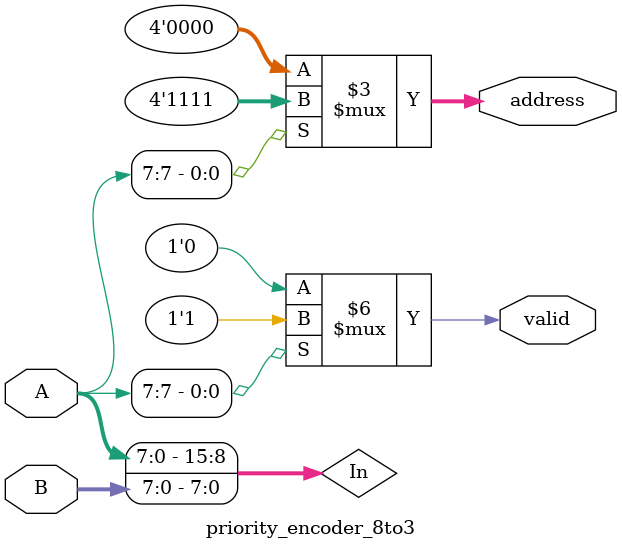
<source format=v>
`timescale 1ns / 1ps


module priority_encoder_8to3(
    input [7:0] A, 
    input [7:0] B, 
    output reg [3:0] address, 
    output reg valid
);
    wire [15:0] In; 
    assign In = {A, B};

    always @(*) begin 
        valid = 1'b1; 
        casez(In)
            16'b1???????????????: address = 4'd15;
            16'b10??????????????: address = 4'd14;
            16'b100?????????????: address = 4'd13;
            16'b1000????????????: address = 4'd12;
            16'b10000???????????: address = 4'd11;
            16'b100000??????????: address = 4'd10;
            16'b10000000????????: address = 4'd9;
            16'b100000000???????: address = 4'd8;
            16'b1000000000??????: address = 4'd7;
            16'b10000000000?????: address = 4'd6; 
            16'b100000000000????: address = 4'd5; 
            16'b1000000000000???: address = 4'd4; 
            16'b10000000000000??: address = 4'd3; 
            16'b100000000000000?: address = 4'd2; 
            16'b1000000000000000: address = 4'd1; 
            
            default: begin
                address = 4'd0;
                valid = 1'b0; 
            end
        endcase
    end
                
endmodule


</source>
